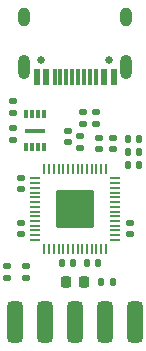
<source format=gbr>
%TF.GenerationSoftware,KiCad,Pcbnew,(6.0.1-0)*%
%TF.CreationDate,2023-04-29T18:47:22+02:00*%
%TF.ProjectId,picoprobe,7069636f-7072-46f6-9265-2e6b69636164,rev?*%
%TF.SameCoordinates,Original*%
%TF.FileFunction,Soldermask,Top*%
%TF.FilePolarity,Negative*%
%FSLAX46Y46*%
G04 Gerber Fmt 4.6, Leading zero omitted, Abs format (unit mm)*
G04 Created by KiCad (PCBNEW (6.0.1-0)) date 2023-04-29 18:47:22*
%MOMM*%
%LPD*%
G01*
G04 APERTURE LIST*
G04 Aperture macros list*
%AMRoundRect*
0 Rectangle with rounded corners*
0 $1 Rounding radius*
0 $2 $3 $4 $5 $6 $7 $8 $9 X,Y pos of 4 corners*
0 Add a 4 corners polygon primitive as box body*
4,1,4,$2,$3,$4,$5,$6,$7,$8,$9,$2,$3,0*
0 Add four circle primitives for the rounded corners*
1,1,$1+$1,$2,$3*
1,1,$1+$1,$4,$5*
1,1,$1+$1,$6,$7*
1,1,$1+$1,$8,$9*
0 Add four rect primitives between the rounded corners*
20,1,$1+$1,$2,$3,$4,$5,0*
20,1,$1+$1,$4,$5,$6,$7,0*
20,1,$1+$1,$6,$7,$8,$9,0*
20,1,$1+$1,$8,$9,$2,$3,0*%
G04 Aperture macros list end*
%ADD10RoundRect,0.325000X-0.325000X-1.425000X0.325000X-1.425000X0.325000X1.425000X-0.325000X1.425000X0*%
%ADD11RoundRect,0.135000X0.185000X-0.135000X0.185000X0.135000X-0.185000X0.135000X-0.185000X-0.135000X0*%
%ADD12RoundRect,0.140000X-0.140000X-0.170000X0.140000X-0.170000X0.140000X0.170000X-0.140000X0.170000X0*%
%ADD13RoundRect,0.140000X0.170000X-0.140000X0.170000X0.140000X-0.170000X0.140000X-0.170000X-0.140000X0*%
%ADD14RoundRect,0.135000X-0.135000X-0.185000X0.135000X-0.185000X0.135000X0.185000X-0.135000X0.185000X0*%
%ADD15RoundRect,0.020000X-0.367500X-0.080000X0.367500X-0.080000X0.367500X0.080000X-0.367500X0.080000X0*%
%ADD16RoundRect,0.020000X0.080000X-0.367500X0.080000X0.367500X-0.080000X0.367500X-0.080000X-0.367500X0*%
%ADD17RoundRect,0.096000X-1.504000X-1.504000X1.504000X-1.504000X1.504000X1.504000X-1.504000X1.504000X0*%
%ADD18RoundRect,0.218750X-0.218750X-0.256250X0.218750X-0.256250X0.218750X0.256250X-0.218750X0.256250X0*%
%ADD19RoundRect,0.140000X0.140000X0.170000X-0.140000X0.170000X-0.140000X-0.170000X0.140000X-0.170000X0*%
%ADD20C,0.650000*%
%ADD21R,0.600000X1.450000*%
%ADD22R,0.300000X1.450000*%
%ADD23O,1.000000X1.600000*%
%ADD24O,1.000000X2.100000*%
%ADD25RoundRect,0.075000X0.075000X-0.300000X0.075000X0.300000X-0.075000X0.300000X-0.075000X-0.300000X0*%
%ADD26R,1.700000X0.300000*%
%ADD27RoundRect,0.140000X-0.170000X0.140000X-0.170000X-0.140000X0.170000X-0.140000X0.170000X0.140000X0*%
G04 APERTURE END LIST*
D10*
%TO.C,J2*%
X165230000Y-111400000D03*
X162690000Y-111400000D03*
X160150000Y-111400000D03*
X157610000Y-111400000D03*
X155070000Y-111400000D03*
%TD*%
D11*
%TO.C,R4*%
X160825000Y-94670000D03*
X160825000Y-93650000D03*
%TD*%
D12*
%TO.C,C5*%
X164620000Y-98150000D03*
X165580000Y-98150000D03*
%TD*%
%TO.C,C11*%
X164620000Y-95950000D03*
X165580000Y-95950000D03*
%TD*%
D13*
%TO.C,C3*%
X163350000Y-96780000D03*
X163350000Y-95820000D03*
%TD*%
D11*
%TO.C,R5*%
X161875000Y-94660000D03*
X161875000Y-93640000D03*
%TD*%
D13*
%TO.C,C14*%
X159525000Y-96180000D03*
X159525000Y-95220000D03*
%TD*%
D11*
%TO.C,R6*%
X154850000Y-96010000D03*
X154850000Y-94990000D03*
%TD*%
D14*
%TO.C,R9*%
X162340000Y-108050000D03*
X163360000Y-108050000D03*
%TD*%
D15*
%TO.C,U2*%
X156762500Y-99250000D03*
X156762500Y-99650000D03*
X156762500Y-100050000D03*
X156762500Y-100450000D03*
X156762500Y-100850000D03*
X156762500Y-101250000D03*
X156762500Y-101650000D03*
X156762500Y-102050000D03*
X156762500Y-102450000D03*
X156762500Y-102850000D03*
X156762500Y-103250000D03*
X156762500Y-103650000D03*
X156762500Y-104050000D03*
X156762500Y-104450000D03*
D16*
X157550000Y-105237500D03*
X157950000Y-105237500D03*
X158350000Y-105237500D03*
X158750000Y-105237500D03*
X159150000Y-105237500D03*
X159550000Y-105237500D03*
X159950000Y-105237500D03*
X160350000Y-105237500D03*
X160750000Y-105237500D03*
X161150000Y-105237500D03*
X161550000Y-105237500D03*
X161950000Y-105237500D03*
X162350000Y-105237500D03*
X162750000Y-105237500D03*
D15*
X163537500Y-104450000D03*
X163537500Y-104050000D03*
X163537500Y-103650000D03*
X163537500Y-103250000D03*
X163537500Y-102850000D03*
X163537500Y-102450000D03*
X163537500Y-102050000D03*
X163537500Y-101650000D03*
X163537500Y-101250000D03*
X163537500Y-100850000D03*
X163537500Y-100450000D03*
X163537500Y-100050000D03*
X163537500Y-99650000D03*
X163537500Y-99250000D03*
D16*
X162750000Y-98462500D03*
X162350000Y-98462500D03*
X161950000Y-98462500D03*
X161550000Y-98462500D03*
X161150000Y-98462500D03*
X160750000Y-98462500D03*
X160350000Y-98462500D03*
X159950000Y-98462500D03*
X159550000Y-98462500D03*
X159150000Y-98462500D03*
X158750000Y-98462500D03*
X158350000Y-98462500D03*
X157950000Y-98462500D03*
X157550000Y-98462500D03*
D17*
X160150000Y-101850000D03*
%TD*%
D18*
%TO.C,LED1*%
X159347500Y-108052500D03*
X160922500Y-108052500D03*
%TD*%
D13*
%TO.C,C17*%
X154850000Y-93680000D03*
X154850000Y-92720000D03*
%TD*%
D19*
%TO.C,C8*%
X159980000Y-106450000D03*
X159020000Y-106450000D03*
%TD*%
D20*
%TO.C,J1*%
X157260000Y-89250000D03*
X163040000Y-89250000D03*
D21*
X163400000Y-90695000D03*
X162600000Y-90695000D03*
D22*
X161400000Y-90695000D03*
X160400000Y-90695000D03*
X159900000Y-90695000D03*
X158900000Y-90695000D03*
D21*
X157700000Y-90695000D03*
X156900000Y-90695000D03*
X156900000Y-90695000D03*
X157700000Y-90695000D03*
D22*
X158400000Y-90695000D03*
X159400000Y-90695000D03*
X160900000Y-90695000D03*
X161900000Y-90695000D03*
D21*
X162600000Y-90695000D03*
X163400000Y-90695000D03*
D23*
X155830000Y-85600000D03*
D24*
X164470000Y-89780000D03*
D23*
X164470000Y-85600000D03*
D24*
X155830000Y-89780000D03*
%TD*%
D11*
%TO.C,R13*%
X156000000Y-107660000D03*
X156000000Y-106640000D03*
%TD*%
D25*
%TO.C,U3*%
X156000000Y-96599500D03*
X156500000Y-96599500D03*
X157000000Y-96599500D03*
X157500000Y-96599500D03*
X157500000Y-93800500D03*
X157000000Y-93800500D03*
X156500000Y-93800500D03*
X156000000Y-93800500D03*
D26*
X156750000Y-95200000D03*
%TD*%
D27*
%TO.C,C9*%
X155550000Y-99220000D03*
X155550000Y-100180000D03*
%TD*%
%TO.C,C6*%
X155550000Y-103030000D03*
X155550000Y-103990000D03*
%TD*%
D12*
%TO.C,C13*%
X161120000Y-106450000D03*
X162080000Y-106450000D03*
%TD*%
D27*
%TO.C,C7*%
X164750000Y-103030000D03*
X164750000Y-103990000D03*
%TD*%
D13*
%TO.C,C12*%
X162200000Y-96780000D03*
X162200000Y-95820000D03*
%TD*%
D11*
%TO.C,R12*%
X154400000Y-107660000D03*
X154400000Y-106640000D03*
%TD*%
D13*
%TO.C,C4*%
X160525000Y-96630000D03*
X160525000Y-95670000D03*
%TD*%
D12*
%TO.C,C10*%
X164620000Y-97050000D03*
X165580000Y-97050000D03*
%TD*%
M02*

</source>
